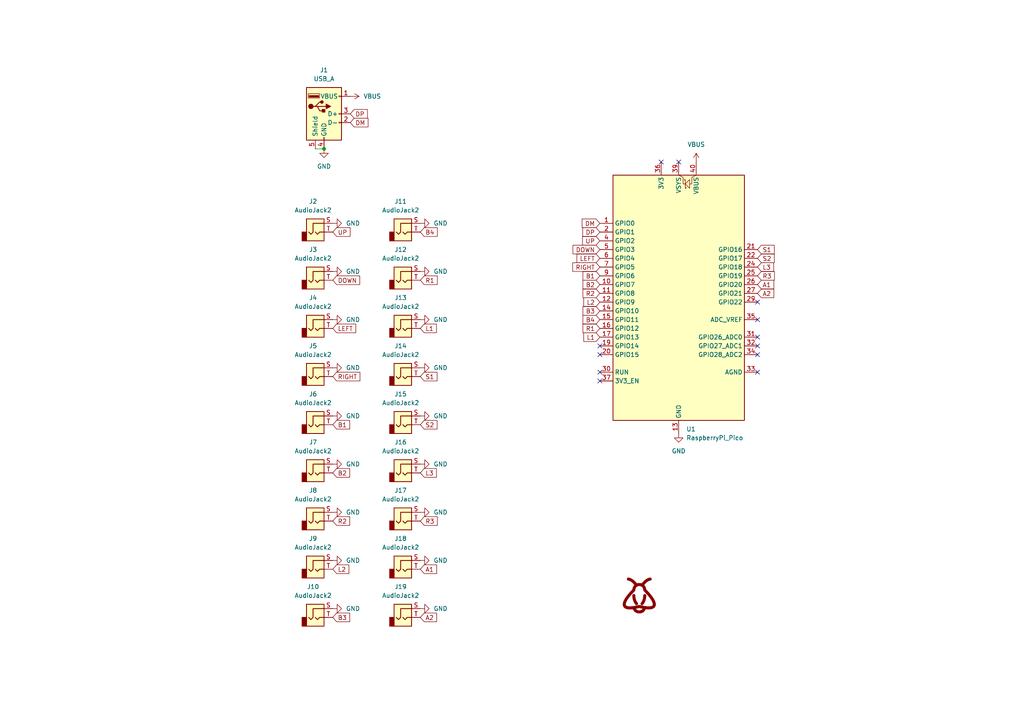
<source format=kicad_sch>
(kicad_sch (version 20231120) (generator "eeschema") (generator_version "8.0")
  (paper "A4")
  (title_block (title "adaptive2040") (date "2024-03-21") (rev "1") (company "moth.monster"))
  (lib_symbols
    (symbol "Connector:USB_A" (pin_names (offset 1.016))
      (property "Reference" "J" (at -5.08 11.43 0))
      (property "Value" "USB_A" (at -5.08 8.89 0))
      (symbol "USB_A_0_1"
        (rectangle (start -5.08 -7.62) (end 5.08 7.62) (stroke (width 0.254)) (fill (type background)))
        (circle (center -3.81 2.159) (radius 0.635) (stroke (width 0.254)) (fill (type outline)))
        (rectangle (start -1.524 4.826) (end -4.318 5.334) (fill (type outline)))
        (rectangle (start -1.27 4.572) (end -4.572 5.842))
        (circle (center -0.635 3.429) (radius 0.381) (stroke (width 0.254)) (fill (type outline)))
        (rectangle (start -0.127 -7.62) (end 0.127 -6.858))
        (polyline (pts (xy -3.175 2.159) (xy -2.54 2.159) (xy -1.27 3.429) (xy -0.635 3.429)) (stroke (width 0.254)))
        (polyline (pts (xy -2.54 2.159) (xy -1.905 2.159) (xy -1.27 0.889) (xy 0 0.889)) (stroke (width 0.254)))
        (polyline (pts (xy 0.635 2.794) (xy 0.635 1.524) (xy 1.905 2.159) (xy 0.635 2.794)) (stroke (width 0.254)) (fill (type outline)))
        (rectangle (start 0.254 1.27) (end -0.508 0.508) (stroke (width 0.254)) (fill (type outline)))
        (rectangle (start 5.08 -2.667) (end 4.318 -2.413))
        (rectangle (start 5.08 -0.127) (end 4.318 0.127))
        (rectangle (start 5.08 4.953) (end 4.318 5.207))
      )
      (symbol "USB_A_1_1"
        (polyline (pts (xy -1.905 2.159) (xy 0.635 2.159)) (stroke (width 0.254)))
        (pin power_in line (at 7.62 5.08 180) (length 2.54) (name "VBUS") (number "1"))
        (pin bidirectional line (at 7.62 -2.54 180) (length 2.54) (name "D-") (number "2"))
        (pin bidirectional line (at 7.62 0 180) (length 2.54) (name "D+") (number "3"))
        (pin power_in line (at 0 -10.16 90) (length 2.54) (name "GND") (number "4"))
        (pin passive line (at -2.54 -10.16 90) (length 2.54) (name "Shield") (number "5"))
      )
    )
    (symbol "Connector_Audio:AudioJack2"
      (property "Reference" "J" (at 0 8.89 0))
      (property "Value" "AudioJack2" (at 0 6.35 0))
      (symbol "AudioJack2_0_1"
        (rectangle (start -3.81 0) (end -2.54 -2.54) (stroke (width 0.254)) (fill (type outline)))
        (rectangle (start -2.54 3.81) (end 2.54 -2.54) (stroke (width 0.254)) (fill (type background)))
        (polyline (pts (xy 0 0) (xy 0.635 -0.635) (xy 1.27 0) (xy 2.54 0)) (stroke (width 0.254)))
        (polyline (pts (xy 2.54 2.54) (xy -0.635 2.54) (xy -0.635 0) (xy -1.27 -0.635) (xy -1.905 0)) (stroke (width 0.254)))
      )
      (symbol "AudioJack2_1_1"
        (pin passive line (at 5.08 2.54 180) (length 2.54) (name "~") (number "S"))
        (pin passive line (at 5.08 0 180) (length 2.54) (name "~") (number "T"))
      )
    )
    (symbol "MCU_Module_RaspberryPi_Pico:RaspberryPi_Pico"
      (property "Reference" "U" (at -19.05 38.1 0))
      (property "Value" "RaspberryPi_Pico" (at 7.62 38.1 0))
      (symbol "RaspberryPi_Pico_0_1"
        (rectangle (start -19.05 36.83) (end 19.05 -34.29) (stroke (width 0.254)) (fill (type background)))
        (polyline (pts (xy 0 36.83) (xy 1.27 36.195) (xy 1.27 34.29) (xy 1.905 34.29)))
        (polyline (pts (xy 1.905 34.29) (xy 3.175 35.56) (xy 3.175 33.02) (xy 1.905 34.29)))
        (polyline (pts (xy 5.08 36.83) (xy 3.81 36.195) (xy 3.81 34.29) (xy 3.175 34.29)))
        (polyline (pts (xy 1.651 35.306) (xy 1.651 35.56) (xy 1.905 35.56) (xy 1.905 33.02) (xy 2.159 33.02) (xy 2.159 33.274)))
      )
      (symbol "RaspberryPi_Pico_1_1"
        (pin bidirectional line (at -22.86 22.86 0) (length 3.81) (name "GPIO0") (number "1"))
        (pin bidirectional line (at -22.86 5.08 0) (length 3.81) (name "GPIO7") (number "10"))
        (pin bidirectional line (at -22.86 2.54 0) (length 3.81) (name "GPIO8") (number "11"))
        (pin bidirectional line (at -22.86 0 0) (length 3.81) (name "GPIO9") (number "12"))
        (pin power_out line (at 0 -38.1 90) (length 3.81) (name "GND") (number "13"))
        (pin bidirectional line (at -22.86 -2.54 0) (length 3.81) (name "GPIO10") (number "14"))
        (pin bidirectional line (at -22.86 -5.08 0) (length 3.81) (name "GPIO11") (number "15"))
        (pin bidirectional line (at -22.86 -7.62 0) (length 3.81) (name "GPIO12") (number "16"))
        (pin bidirectional line (at -22.86 -10.16 0) (length 3.81) (name "GPIO13") (number "17"))
        (pin passive line (at 0 -38.1 90) (length 3.81) hide (name "GND") (number "18"))
        (pin bidirectional line (at -22.86 -12.7 0) (length 3.81) (name "GPIO14") (number "19"))
        (pin bidirectional line (at -22.86 20.32 0) (length 3.81) (name "GPIO1") (number "2"))
        (pin bidirectional line (at -22.86 -15.24 0) (length 3.81) (name "GPIO15") (number "20"))
        (pin bidirectional line (at 22.86 15.24 180) (length 3.81) (name "GPIO16") (number "21"))
        (pin bidirectional line (at 22.86 12.7 180) (length 3.81) (name "GPIO17") (number "22"))
        (pin passive line (at 0 -38.1 90) (length 3.81) hide (name "GND") (number "23"))
        (pin bidirectional line (at 22.86 10.16 180) (length 3.81) (name "GPIO18") (number "24"))
        (pin bidirectional line (at 22.86 7.62 180) (length 3.81) (name "GPIO19") (number "25"))
        (pin bidirectional line (at 22.86 5.08 180) (length 3.81) (name "GPIO20") (number "26"))
        (pin bidirectional line (at 22.86 2.54 180) (length 3.81) (name "GPIO21") (number "27"))
        (pin passive line (at 0 -38.1 90) (length 3.81) hide (name "GND") (number "28"))
        (pin bidirectional line (at 22.86 0 180) (length 3.81) (name "GPIO22") (number "29"))
        (pin passive line (at 0 -38.1 90) (length 3.81) hide (name "GND") (number "3"))
        (pin input line (at -22.86 -20.32 0) (length 3.81) (name "RUN") (number "30"))
        (pin bidirectional line (at 22.86 -10.16 180) (length 3.81) (name "GPIO26_ADC0") (number "31"))
        (pin bidirectional line (at 22.86 -12.7 180) (length 3.81) (name "GPIO27_ADC1") (number "32"))
        (pin power_in line (at 22.86 -20.32 180) (length 3.81) (name "AGND") (number "33"))
        (pin bidirectional line (at 22.86 -15.24 180) (length 3.81) (name "GPIO28_ADC2") (number "34"))
        (pin power_in line (at 22.86 -5.08 180) (length 3.81) (name "ADC_VREF") (number "35"))
        (pin power_out line (at -5.08 40.64 270) (length 3.81) (name "3V3") (number "36"))
        (pin input line (at -22.86 -22.86 0) (length 3.81) (name "3V3_EN") (number "37"))
        (pin passive line (at 0 -38.1 90) (length 3.81) hide (name "GND") (number "38"))
        (pin power_in line (at 0 40.64 270) (length 3.81) (name "VSYS") (number "39"))
        (pin bidirectional line (at -22.86 17.78 0) (length 3.81) (name "GPIO2") (number "4"))
        (pin power_out line (at 5.08 40.64 270) (length 3.81) (name "VBUS") (number "40"))
        (pin bidirectional line (at -22.86 15.24 0) (length 3.81) (name "GPIO3") (number "5"))
        (pin bidirectional line (at -22.86 12.7 0) (length 3.81) (name "GPIO4") (number "6"))
        (pin bidirectional line (at -22.86 10.16 0) (length 3.81) (name "GPIO5") (number "7"))
        (pin passive line (at 0 -38.1 90) (length 3.81) hide (name "GND") (number "8"))
        (pin bidirectional line (at -22.86 7.62 0) (length 3.81) (name "GPIO6") (number "9"))
      )
    )
    (symbol "mothicon:LOGO" (pin_names (offset 1.016))
      (symbol "LOGO_0_0"
        (polyline (pts (xy 0.8879 -2.7622) (xy 0.961 -2.7374) (xy 0.9637 -2.7362) (xy 1.0105 -2.7093) (xy 1.0589 -2.6707) (xy 1.1116 -2.6178) (xy 1.1713 -2.548) (xy 1.2407 -2.4587) (xy 1.3519 -2.2995) (xy 1.4887 -2.0691) (xy 1.6105 -1.8221) (xy 1.7162 -1.5615) (xy 1.8051 -1.29) (xy 1.8761 -1.0105) (xy 1.9284 -0.7258) (xy 1.9611 -0.4388) (xy 1.9733 -0.1524) (xy 1.9736 -0.1025) (xy 1.9737 -0.0263) (xy 1.9729 0.0307) (xy 1.971 0.0727) (xy 1.9675 0.1035) (xy 1.9621 0.1274) (xy 1.9544 0.1484) (xy 1.944 0.1705) (xy 1.937 0.1842) (xy 1.8825 0.2614) (xy 1.8143 0.3211) (xy 1.736 0.3629) (xy 1.6514 0.3866) (xy 1.5642 0.3919) (xy 1.478 0.3785) (xy 1.3966 0.3461) (xy 1.3237 0.2945) (xy 1.2629 0.2233) (xy 1.2486 0.2006) (xy 1.2317 0.1687) (xy 1.2184 0.1342) (xy 1.2081 0.0933) (xy 1.1999 0.0422) (xy 1.1933 -0.023) (xy 1.1875 -0.1059) (xy 1.1817 -0.2105) (xy 1.1749 -0.3196) (xy 1.1453 -0.5959) (xy 1.0983 -0.857) (xy 1.0331 -1.1062) (xy 0.9489 -1.3465) (xy 0.845 -1.5811) (xy 0.8141 -1.6425) (xy 0.7217 -1.8097) (xy 0.6276 -1.9549) (xy 0.5329 -2.0764) (xy 0.4765 -2.1484) (xy 0.4331 -2.2245) (xy 0.4087 -2.3004) (xy 0.4011 -2.3812) (xy 0.4038 -2.4285) (xy 0.4265 -2.523) (xy 0.4706 -2.607) (xy 0.5337 -2.6778) (xy 0.6135 -2.7325) (xy 0.7078 -2.7681) (xy 0.735 -2.7731) (xy 0.809 -2.7745) (xy 0.8879 -2.7622)) (stroke (width 0.01)) (fill (type outline)))
        (polyline (pts (xy -0.6999 -2.7623) (xy -0.6277 -2.738) (xy -0.5769 -2.7099) (xy -0.506 -2.6496) (xy -0.4518 -2.5755) (xy -0.416 -2.4916) (xy -0.4001 -2.4021) (xy -0.4056 -2.311) (xy -0.4341 -2.2225) (xy -0.4596 -2.177) (xy -0.4952 -2.1244) (xy -0.533 -2.0764) (xy -0.5605 -2.0436) (xy -0.6563 -1.9134) (xy -0.7491 -1.7632) (xy -0.8368 -1.5973) (xy -0.9175 -1.4202) (xy -0.9891 -1.236) (xy -1.0497 -1.049) (xy -1.0973 -0.8636) (xy -1.104 -0.8327) (xy -1.128 -0.7129) (xy -1.1467 -0.5991) (xy -1.1613 -0.4836) (xy -1.1726 -0.3585) (xy -1.1818 -0.2159) (xy -1.1862 -0.1389) (xy -1.1924 -0.0477) (xy -1.1991 0.0243) (xy -1.2069 0.0808) (xy -1.2166 0.1253) (xy -1.2287 0.1617) (xy -1.244 0.1934) (xy -1.2631 0.2242) (xy -1.269 0.2328) (xy -1.3323 0.3019) (xy -1.4072 0.3513) (xy -1.4899 0.3813) (xy -1.5768 0.3922) (xy -1.6642 0.3844) (xy -1.7483 0.3579) (xy -1.8254 0.3133) (xy -1.892 0.2507) (xy -1.9441 0.1705) (xy -1.9487 0.161) (xy -1.9581 0.1396) (xy -1.9649 0.1175) (xy -1.9695 0.0908) (xy -1.9723 0.0552) (xy -1.9737 0.0066) (xy -1.974 -0.0591) (xy -1.9738 -0.146) (xy -1.9665 -0.3673) (xy -1.9387 -0.6542) (xy -1.8912 -0.9395) (xy -1.8247 -1.2204) (xy -1.7403 -1.494) (xy -1.6388 -1.7575) (xy -1.5211 -2.008) (xy -1.3881 -2.2427) (xy -1.2408 -2.4587) (xy -1.2211 -2.4847) (xy -1.1535 -2.57) (xy -1.0944 -2.6365) (xy -1.0405 -2.6869) (xy -0.9889 -2.7239) (xy -0.9363 -2.75) (xy -0.8797 -2.7681) (xy -0.8519 -2.7732) (xy -0.7783 -2.7745) (xy -0.6999 -2.7623)) (stroke (width 0.01)) (fill (type outline)))
        (polyline (pts (xy 0.1533 -5.1502) (xy 0.2513 -5.1427) (xy 0.2755 -5.1399) (xy 0.5035 -5.102) (xy 0.7159 -5.044) (xy 0.9128 -4.966) (xy 1.0943 -4.8678) (xy 1.2603 -4.7494) (xy 1.411 -4.6108) (xy 1.5464 -4.452) (xy 1.6666 -4.2728) (xy 1.7717 -4.0732) (xy 1.7856 -4.0437) (xy 1.8115 -3.992) (xy 1.8312 -3.9593) (xy 1.8468 -3.9421) (xy 1.8605 -3.9371) (xy 1.8671 -3.9374) (xy 1.8979 -3.9397) (xy 1.9465 -3.944) (xy 2.0077 -3.9498) (xy 2.0764 -3.9566) (xy 2.0924 -3.9582) (xy 2.2064 -3.9675) (xy 2.335 -3.9749) (xy 2.4723 -3.9805) (xy 2.6128 -3.984) (xy 2.7507 -3.9854) (xy 2.8804 -3.9847) (xy 2.9962 -3.9816) (xy 3.0924 -3.976) (xy 3.2483 -3.9604) (xy 3.4863 -3.9232) (xy 3.7036 -3.8713) (xy 3.9006 -3.8047) (xy 4.0773 -3.7233) (xy 4.2338 -3.6271) (xy 4.3705 -3.5159) (xy 4.4873 -3.3897) (xy 4.5811 -3.2545) (xy 4.6584 -3.1004) (xy 4.7132 -2.9347) (xy 4.7457 -2.7578) (xy 4.7557 -2.57) (xy 4.7432 -2.3715) (xy 4.7083 -2.1625) (xy 4.6508 -1.9433) (xy 4.5709 -1.7142) (xy 4.5636 -1.6955) (xy 4.4602 -1.4573) (xy 4.3344 -1.2078) (xy 4.1864 -0.9475) (xy 4.0164 -0.6765) (xy 3.8246 -0.3952) (xy 3.6112 -0.1039) (xy 3.3764 0.1972) (xy 3.1205 0.5077) (xy 2.8437 0.8274) (xy 2.5461 1.156) (xy 2.228 1.4932) (xy 2.2249 1.4964) (xy 2.1514 1.573) (xy 2.0935 1.6339) (xy 2.0493 1.6814) (xy 2.0168 1.7181) (xy 1.9941 1.7464) (xy 1.9792 1.7686) (xy 1.9703 1.7872) (xy 1.9652 1.8047) (xy 1.9621 1.8234) (xy 1.9608 1.8327) (xy 1.9457 1.9187) (xy 1.9245 2.018) (xy 1.8992 2.1212) (xy 1.8723 2.2192) (xy 1.8459 2.3025) (xy 1.8201 2.3729) (xy 1.7286 2.5761) (xy 1.6165 2.7657) (xy 1.4821 2.9443) (xy 1.3827 3.0627) (xy 1.4182 3.1094) (xy 1.4552 3.1557) (xy 1.5108 3.221) (xy 1.5768 3.2954) (xy 1.6492 3.3747) (xy 1.7239 3.4542) (xy 1.7967 3.5294) (xy 1.8636 3.5959) (xy 1.9171 3.647) (xy 2.1064 3.815) (xy 2.2949 3.9624) (xy 2.4814 4.0886) (xy 2.6649 4.193) (xy 2.8442 4.2749) (xy 3.0184 4.3337) (xy 3.1863 4.3688) (xy 3.2153 4.3734) (xy 3.3084 4.3971) (xy 3.385 4.4338) (xy 3.4504 4.4857) (xy 3.4727 4.509) (xy 3.5231 4.5824) (xy 3.5522 4.6656) (xy 3.5615 4.7625) (xy 3.5605 4.7972) (xy 3.5446 4.8891) (xy 3.5085 4.9685) (xy 3.4504 5.0394) (xy 3.3838 5.0932) (xy 3.3094 5.1296) (xy 3.2246 5.1487) (xy 3.126 5.1512) (xy 3.0104 5.1379) (xy 3.0088 5.1376) (xy 2.7962 5.0898) (xy 2.5801 5.0176) (xy 2.3614 4.9216) (xy 2.141 4.8023) (xy 1.9197 4.6605) (xy 1.6985 4.4966) (xy 1.4781 4.3113) (xy 1.2595 4.1052) (xy 1.0435 3.8789) (xy 0.831 3.633) (xy 0.808 3.6053) (xy 0.7552 3.5439) (xy 0.7159 3.502) (xy 0.6891 3.4787) (xy 0.674 3.4731) (xy 0.6225 3.4884) (xy 0.4832 3.5216) (xy 0.3368 3.5444) (xy 0.1776 3.5575) (xy 0 3.5617) (xy -0.0018 3.5617) (xy -0.1199 3.5606) (xy -0.2196 3.5566) (xy -0.3078 3.5492) (xy -0.3913 3.5375) (xy -0.4769 3.5207) (xy -0.5715 3.4981) (xy -0.6922 3.4674) (xy -0.7176 3.4969) (xy -0.7207 3.5006) (xy -0.7416 3.5254) (xy -0.7739 3.5642) (xy -0.8137 3.6122) (xy -0.8573 3.6649) (xy -0.8768 3.6885) (xy -1.0816 3.9221) (xy -1.2915 4.1382) (xy -1.5052 4.336) (xy -1.7215 4.5145) (xy -1.9394 4.673) (xy -2.1576 4.8108) (xy -2.375 4.927) (xy -2.5904 5.0207) (xy -2.8026 5.0913) (xy -3.0105 5.1379) (xy -3.1251 5.1512) (xy -3.2238 5.1488) (xy -3.3087 5.1299) (xy -3.3832 5.0937) (xy -3.4505 5.0394) (xy -3.4728 5.0161) (xy -3.5232 4.9427) (xy -3.5523 4.8595) (xy -3.5616 4.7625) (xy -3.5616 4.7573) (xy -3.5496 4.6563) (xy -3.5163 4.5686) (xy -3.4625 4.4951) (xy -3.3891 4.4367) (xy -3.297 4.3943) (xy -3.187 4.3687) (xy -3.1599 4.3646) (xy -2.9836 4.3238) (xy -2.8024 4.2583) (xy -2.6164 4.1682) (xy -2.4258 4.0537) (xy -2.231 3.9149) (xy -2.032 3.7519) (xy -1.9909 3.7152) (xy -1.9054 3.6354) (xy -1.8143 3.5461) (xy -1.7215 3.4516) (xy -1.6314 3.3564) (xy -1.5481 3.2647) (xy -1.4756 3.1809) (xy -1.4182 3.1094) (xy -1.3828 3.0627) (xy -1.4822 2.9443) (xy -1.529 2.8865) (xy -1.6559 2.7046) (xy -1.761 2.5108) (xy -1.846 2.3025) (xy -1.8492 2.293) (xy -1.8758 2.2074) (xy -1.9027 2.1083) (xy -1.9275 2.005) (xy -1.9481 1.907) (xy -1.9622 1.8234) (xy -1.965 1.806) (xy -1.9699 1.7884) (xy -1.9786 1.7698) (xy -1.9931 1.7478) (xy -2.0154 1.7198) (xy -2.0475 1.6835) (xy -2.0913 1.6363) (xy -2.1488 1.5758) (xy -2.2219 1.4996) (xy -2.2549 1.4653) (xy -2.5732 1.1264) (xy -2.8707 0.7964) (xy -3.1471 0.4756) (xy -3.4022 0.1643) (xy -3.6359 -0.1374) (xy -3.8479 -0.4291) (xy -4.0382 -0.7107) (xy -4.2065 -0.9819) (xy -4.3526 -1.2424) (xy -4.4763 -1.4921) (xy -4.5776 -1.7306) (xy -4.6489 -1.935) (xy -4.7069 -2.1533) (xy -4.7425 -2.362) (xy -4.755 -2.5498) (xy -3.9638 -2.5498) (xy -3.9598 -2.4654) (xy -3.9499 -2.3881) (xy -3.9419 -2.3474) (xy -3.8962 -2.1731) (xy -3.8296 -1.986) (xy -3.7424 -1.7863) (xy -3.6349 -1.5747) (xy -3.5076 -1.3518) (xy -3.3607 -1.1179) (xy -3.1947 -0.8737) (xy -3.0099 -0.6197) (xy -2.8067 -0.3564) (xy -2.5855 -0.0843) (xy -2.3466 0.1961) (xy -2.0904 0.4841) (xy -1.8172 0.7794) (xy -1.5275 1.0813) (xy -1.5221 1.0868) (xy -1.4272 1.1853) (xy -1.351 1.267) (xy -1.2934 1.3319) (xy -1.2544 1.3802) (xy -1.2338 1.4121) (xy -1.2263 1.4296) (xy -1.2065 1.5007) (xy -1.193 1.5962) (xy -1.1769 1.7256) (xy -1.1378 1.9182) (xy -1.0824 2.0917) (xy -1.0109 2.2459) (xy -0.9233 2.3807) (xy -0.8197 2.496) (xy -0.7002 2.5916) (xy -0.5648 2.6675) (xy -0.4137 2.7236) (xy -0.2869 2.753) (xy -0.1338 2.7723) (xy 0.0239 2.7769) (xy 0.1808 2.7672) (xy 0.3317 2.7435) (xy 0.4713 2.7062) (xy 0.5943 2.6556) (xy 0.6509 2.6246) (xy 0.7761 2.5358) (xy 0.8856 2.4272) (xy 0.9793 2.2991) (xy 1.057 2.1517) (xy 1.1186 1.9852) (xy 1.1639 1.8) (xy 1.1929 1.5962) (xy 1.1968 1.5612) (xy 1.2122 1.4748) (xy 1.2335 1.4121) (xy 1.2501 1.3856) (xy 1.2869 1.3388) (xy 1.3426 1.2754) (xy 1.4171 1.1953) (xy 1.5105 1.0984) (xy 1.6117 0.9945) (xy 1.7786 0.8209) (xy 1.9322 0.6581) (xy 2.0759 0.5022) (xy 2.2133 0.3494) (xy 2.3481 0.1957) (xy 2.4837 0.0373) (xy 2.624 -0.1305) (xy 2.8458 -0.4062) (xy 3.0484 -0.6719) (xy 3.2316 -0.9272) (xy 3.3951 -1.1717) (xy 3.5388 -1.4049) (xy 3.6622 -1.6265) (xy 3.7653 -1.836) (xy 3.8478 -2.033) (xy 3.9093 -2.2172) (xy 3.9498 -2.3881) (xy 3.9591 -2.4587) (xy 3.9636 -2.5428) (xy 3.9624 -2.6264) (xy 3.9557 -2.7015) (xy 3.9434 -2.7599) (xy 3.9358 -2.782) (xy 3.892 -2.8659) (xy 3.8276 -2.9401) (xy 3.7419 -3.0049) (xy 3.6344 -3.0607) (xy 3.5044 -3.1077) (xy 3.3515 -3.1464) (xy 3.175 -3.1769) (xy 3.167 -3.178) (xy 3.1053 -3.1836) (xy 3.0237 -3.188) (xy 2.9266 -3.1911) (xy 2.8188 -3.1929) (xy 2.7047 -3.1934) (xy 2.5892 -3.1926) (xy 2.4766 -3.1905) (xy 2.3718 -3.1872) (xy 2.2791 -3.1826) (xy 2.2034 -3.1767) (xy 1.8773 -3.1392) (xy 1.489 -3.0822) (xy 1.0828 -3.01) (xy 0.658 -2.9225) (xy 0.2139 -2.8194) (xy 0.1501 -2.8048) (xy 0.0878 -2.7926) (xy 0.0358 -2.7843) (xy 0.0013 -2.7813) (xy 0.0009 -2.7813) (xy -0.0296 -2.7843) (xy -0.0796 -2.7926) (xy -0.1443 -2.8052) (xy -0.2186 -2.8211) (xy -0.2975 -2.8394) (xy -0.6125 -2.9122) (xy -1.0223 -2.9983) (xy -1.4128 -3.0698) (xy -1.7833 -3.1268) (xy -2.1336 -3.1691) (xy -2.1835 -3.1734) (xy -2.2587 -3.1784) (xy -2.3469 -3.183) (xy -2.4439 -3.1871) (xy -2.5454 -3.1906) (xy -2.6471 -3.1935) (xy -2.7448 -3.1955) (xy -2.8342 -3.1965) (xy -2.911 -3.1965) (xy -2.971 -3.1954) (xy -3.0099 -3.1929) (xy -3.0217 -3.1916) (xy -3.0627 -3.1868) (xy -3.1166 -3.1806) (xy -3.175 -3.1739) (xy -3.1861 -3.1726) (xy -3.3587 -3.1453) (xy -3.5107 -3.1069) (xy -3.6416 -3.0579) (xy -3.7508 -2.9984) (xy -3.8378 -2.9287) (xy -3.9022 -2.8491) (xy -3.9435 -2.7599) (xy -3.955 -2.707) (xy -3.9622 -2.633) (xy -3.9638 -2.5498) (xy -4.755 -2.5498) (xy -4.7557 -2.5606) (xy -4.7466 -2.7488) (xy -4.7152 -2.9261) (xy -4.6615 -3.0923) (xy -4.5856 -3.247) (xy -4.4873 -3.3897) (xy -4.4159 -3.4712) (xy -4.287 -3.5875) (xy -4.1384 -3.689) (xy -3.9698 -3.7756) (xy -3.8332 -3.8277) (xy -1.009 -3.8277) (xy -1.0082 -3.8109) (xy -1.003 -3.8082) (xy -0.9766 -3.8) (xy -0.9344 -3.7897) (xy -0.8827 -3.7791) (xy -0.8499 -3.7728) (xy -0.7717 -3.7569) (xy -0.6787 -3.7374) (xy -0.5766 -3.7154) (xy -0.471 -3.6923) (xy -0.3676 -3.6693) (xy -0.2721 -3.6476) (xy -0.1901 -3.6285) (xy -0.1274 -3.6132) (xy -0.0038 -3.5819) (xy 0.2616 -3.6442) (xy 0.3429 -3.6631) (xy 0.452 -3.6876) (xy 0.5645 -3.7124) (xy 0.6709 -3.7352) (xy 0.762 -3.7541) (xy 0.7633 -3.7543) (xy 0.8376 -3.7697) (xy 0.9033 -3.7841) (xy 0.9563 -3.7964) (xy 0.9926 -3.8058) (xy 1.0081 -3.8112) (xy 1.0085 -3.8116) (xy 1.0086 -3.8291) (xy 0.9943 -3.8618) (xy 0.9679 -3.906) (xy 0.9314 -3.958) (xy 0.8872 -4.014) (xy 0.8754 -4.028) (xy 0.7712 -4.1284) (xy 0.6489 -4.212) (xy 0.5098 -4.2781) (xy 0.3552 -4.326) (xy 0.1862 -4.3552) (xy 0.1385 -4.3599) (xy -0.0447 -4.3659) (xy -0.2187 -4.3524) (xy -0.3817 -4.32) (xy -0.532 -4.2691) (xy -0.6679 -4.2003) (xy -0.7877 -4.1141) (xy -0.8897 -4.0112) (xy -0.8904 -4.0103) (xy -0.9339 -3.955) (xy -0.9696 -3.9036) (xy -0.9954 -3.8599) (xy -1.009 -3.8277) (xy -3.8332 -3.8277) (xy -3.781 -3.8476) (xy -3.5719 -3.9049) (xy -3.3423 -3.9477) (xy -3.0919 -3.976) (xy -3.0777 -3.9771) (xy -2.9782 -3.9822) (xy -2.8601 -3.9849) (xy -2.729 -3.9854) (xy -2.5905 -3.9836) (xy -2.4504 -3.9797) (xy -2.3142 -3.9739) (xy -2.1877 -3.9661) (xy -2.0765 -3.9566) (xy -2.0453 -3.9535) (xy -1.9793 -3.9471) (xy -1.9231 -3.9419) (xy -1.8818 -3.9384) (xy -1.8606 -3.9371) (xy -1.8547 -3.938) (xy -1.8404 -3.9479) (xy -1.8233 -3.9716) (xy -1.8011 -4.0122) (xy -1.7718 -4.0732) (xy -1.7523 -4.1138) (xy -1.7151 -4.1864) (xy -1.6763 -4.2573) (xy -1.6418 -4.3157) (xy -1.5436 -4.457) (xy -1.4073 -4.6144) (xy -1.2548 -4.7525) (xy -1.0866 -4.8709) (xy -0.9032 -4.9693) (xy -0.7052 -5.0475) (xy -0.4928 -5.1052) (xy -0.2667 -5.1421) (xy -0.1856 -5.1489) (xy -0.0754 -5.1533) (xy 0.041 -5.1538) (xy 0.1533 -5.1502)) (stroke (width 0.01)) (fill (type outline)))
      )
    )
    (symbol "power:GND" (power) (pin_names (offset 0))
      (property "Value" "GND" (at 0 -3.81 0))
      (symbol "GND_0_1"
        (polyline (pts (xy 0 0) (xy 0 -1.27) (xy 1.27 -1.27) (xy 0 -2.54) (xy -1.27 -1.27) (xy 0 -1.27)))
      )
      (symbol "GND_1_1"
        (pin power_in line (at 0 0 270) (length 0) hide (name "GND") (number "1"))
      )
    )
    (symbol "power:VBUS" (power) (pin_names (offset 0))
      (property "Value" "VBUS" (at 0 3.81 0))
      (symbol "VBUS_0_1"
        (polyline (pts (xy -0.762 1.27) (xy 0 2.54)))
        (polyline (pts (xy 0 0) (xy 0 2.54)))
        (polyline (pts (xy 0 2.54) (xy 0.762 1.27)))
      )
      (symbol "VBUS_1_1"
        (pin power_in line (at 0 0 90) (length 0) hide (name "VBUS") (number "1"))
      )
    )
  )
  (junction (at 93.98 43.18))
  (no_connect (at 191.77 46.99))
  (no_connect (at 173.99 110.49))
  (no_connect (at 219.71 92.71))
  (no_connect (at 219.71 87.63))
  (no_connect (at 219.71 102.87))
  (no_connect (at 196.85 46.99))
  (no_connect (at 173.99 100.33))
  (no_connect (at 173.99 102.87))
  (no_connect (at 219.71 97.79))
  (no_connect (at 173.99 107.95))
  (no_connect (at 219.71 100.33))
  (no_connect (at 219.71 107.95))
  (wire (pts (xy 91.44 43.18) (xy 93.98 43.18)))
  (global_label "L2" (shape input) (at 96.52 165.1 0) (property "Intersheetrefs" "${INTERSHEET_REFS}" (effects (hide yes))))
  (global_label "L1" (shape input) (at 173.99 97.79 180) (property "Intersheetrefs" "${INTERSHEET_REFS}" (effects (hide yes))))
  (global_label "R2" (shape input) (at 173.99 85.09 180) (property "Intersheetrefs" "${INTERSHEET_REFS}" (effects (hide yes))))
  (global_label "B1" (shape input) (at 173.99 80.01 180) (property "Intersheetrefs" "${INTERSHEET_REFS}" (effects (hide yes))))
  (global_label "LEFT" (shape input) (at 173.99 74.93 180) (property "Intersheetrefs" "${INTERSHEET_REFS}" (effects (hide yes))))
  (global_label "R3" (shape input) (at 219.71 80.01 0) (property "Intersheetrefs" "${INTERSHEET_REFS}" (effects (hide yes))))
  (global_label "A2" (shape input) (at 121.92 179.07 0) (property "Intersheetrefs" "${INTERSHEET_REFS}" (effects (hide yes))))
  (global_label "B1" (shape input) (at 96.52 123.19 0) (property "Intersheetrefs" "${INTERSHEET_REFS}" (effects (hide yes))))
  (global_label "R2" (shape input) (at 96.52 151.13 0) (property "Intersheetrefs" "${INTERSHEET_REFS}" (effects (hide yes))))
  (global_label "S2" (shape input) (at 121.92 123.19 0) (property "Intersheetrefs" "${INTERSHEET_REFS}" (effects (hide yes))))
  (global_label "B2" (shape input) (at 173.99 82.55 180) (property "Intersheetrefs" "${INTERSHEET_REFS}" (effects (hide yes))))
  (global_label "L3" (shape input) (at 121.92 137.16 0) (property "Intersheetrefs" "${INTERSHEET_REFS}" (effects (hide yes))))
  (global_label "A2" (shape input) (at 219.71 85.09 0) (property "Intersheetrefs" "${INTERSHEET_REFS}" (effects (hide yes))))
  (global_label "B4" (shape input) (at 173.99 92.71 180) (property "Intersheetrefs" "${INTERSHEET_REFS}" (effects (hide yes))))
  (global_label "L2" (shape input) (at 173.99 87.63 180) (property "Intersheetrefs" "${INTERSHEET_REFS}" (effects (hide yes))))
  (global_label "L3" (shape input) (at 219.71 77.47 0) (property "Intersheetrefs" "${INTERSHEET_REFS}" (effects (hide yes))))
  (global_label "S1" (shape input) (at 121.92 109.22 0) (property "Intersheetrefs" "${INTERSHEET_REFS}" (effects (hide yes))))
  (global_label "DOWN" (shape input) (at 96.52 81.28 0) (property "Intersheetrefs" "${INTERSHEET_REFS}" (effects (hide yes))))
  (global_label "A1" (shape input) (at 219.71 82.55 0) (property "Intersheetrefs" "${INTERSHEET_REFS}" (effects (hide yes))))
  (global_label "UP" (shape input) (at 173.99 69.85 180) (property "Intersheetrefs" "${INTERSHEET_REFS}" (effects (hide yes))))
  (global_label "RIGHT" (shape input) (at 96.52 109.22 0) (property "Intersheetrefs" "${INTERSHEET_REFS}" (effects (hide yes))))
  (global_label "R3" (shape input) (at 121.92 151.13 0) (property "Intersheetrefs" "${INTERSHEET_REFS}" (effects (hide yes))))
  (global_label "R1" (shape input) (at 173.99 95.25 180) (property "Intersheetrefs" "${INTERSHEET_REFS}" (effects (hide yes))))
  (global_label "B4" (shape input) (at 121.92 67.31 0) (property "Intersheetrefs" "${INTERSHEET_REFS}" (effects (hide yes))))
  (global_label "DP" (shape input) (at 101.6 33.02 0) (property "Intersheetrefs" "${INTERSHEET_REFS}" (effects (hide yes))))
  (global_label "UP" (shape input) (at 96.52 67.31 0) (property "Intersheetrefs" "${INTERSHEET_REFS}" (effects (hide yes))))
  (global_label "R1" (shape input) (at 121.92 81.28 0) (property "Intersheetrefs" "${INTERSHEET_REFS}" (effects (hide yes))))
  (global_label "B3" (shape input) (at 96.52 179.07 0) (property "Intersheetrefs" "${INTERSHEET_REFS}" (effects (hide yes))))
  (global_label "S2" (shape input) (at 219.71 74.93 0) (property "Intersheetrefs" "${INTERSHEET_REFS}" (effects (hide yes))))
  (global_label "DM" (shape input) (at 101.6 35.56 0) (property "Intersheetrefs" "${INTERSHEET_REFS}" (effects (hide yes))))
  (global_label "LEFT" (shape input) (at 96.52 95.25 0) (property "Intersheetrefs" "${INTERSHEET_REFS}" (effects (hide yes))))
  (global_label "DM" (shape input) (at 173.99 64.77 180) (property "Intersheetrefs" "${INTERSHEET_REFS}" (effects (hide yes))))
  (global_label "DP" (shape input) (at 173.99 67.31 180) (property "Intersheetrefs" "${INTERSHEET_REFS}" (effects (hide yes))))
  (global_label "S1" (shape input) (at 219.71 72.39 0) (property "Intersheetrefs" "${INTERSHEET_REFS}" (effects (hide yes))))
  (global_label "B2" (shape input) (at 96.52 137.16 0) (property "Intersheetrefs" "${INTERSHEET_REFS}" (effects (hide yes))))
  (global_label "RIGHT" (shape input) (at 173.99 77.47 180) (property "Intersheetrefs" "${INTERSHEET_REFS}" (effects (hide yes))))
  (global_label "DOWN" (shape input) (at 173.99 72.39 180) (property "Intersheetrefs" "${INTERSHEET_REFS}" (effects (hide yes))))
  (global_label "B3" (shape input) (at 173.99 90.17 180) (property "Intersheetrefs" "${INTERSHEET_REFS}" (effects (hide yes))))
  (global_label "A1" (shape input) (at 121.92 165.1 0) (property "Intersheetrefs" "${INTERSHEET_REFS}" (effects (hide yes))))
  (global_label "L1" (shape input) (at 121.92 95.25 0) (property "Intersheetrefs" "${INTERSHEET_REFS}" (effects (hide yes))))
  (symbol (lib_id "power:GND") (at 121.92 162.56 90) (unit 1)
    (property "Reference" "#PWR021" (effects (hide yes)))
    (property "Value" "GND" (at 125.73 162.56 90) (effects (justify right)))
  )
  (symbol (lib_id "mothicon:LOGO") (at 185.42 172.72 0) (unit 1)
    (property "Reference" "#G1" (effects (hide yes)))
    (property "Value" "LOGO" (effects (hide yes)))
  )
  (symbol (lib_id "power:GND") (at 121.92 106.68 90) (unit 1)
    (property "Reference" "#PWR017" (effects (hide yes)))
    (property "Value" "GND" (at 125.73 106.68 90) (effects (justify right)))
  )
  (symbol (lib_id "power:GND") (at 96.52 176.53 90) (unit 1)
    (property "Reference" "#PWR013" (effects (hide yes)))
    (property "Value" "GND" (at 100.33 176.53 90) (effects (justify right)))
  )
  (symbol (lib_id "Connector_Audio:AudioJack2") (at 116.84 151.13 0) (unit 1)
    (property "Reference" "J17" (at 116.205 142.24 0))
    (property "Value" "AudioJack2" (at 116.205 144.78 0))
    (property "Footprint" "PJ-316:PJ-316" (effects (hide yes)))
  )
  (symbol (lib_id "Connector:USB_A") (at 93.98 33.02 0) (unit 1)
    (property "Reference" "J1" (at 93.98 20.32 0))
    (property "Value" "USB_A" (at 93.98 22.86 0))
    (property "Footprint" "Connector_USB:USB_A_Molex_67643_Horizontal" (effects (hide yes)))
    (property "Datasheet" " ~" (effects (hide yes)))
  )
  (symbol (lib_id "Connector_Audio:AudioJack2") (at 116.84 179.07 0) (unit 1)
    (property "Reference" "J19" (at 116.205 170.18 0))
    (property "Value" "AudioJack2" (at 116.205 172.72 0))
    (property "Footprint" "PJ-316:PJ-316" (effects (hide yes)))
  )
  (symbol (lib_id "Connector_Audio:AudioJack2") (at 116.84 123.19 0) (unit 1)
    (property "Reference" "J15" (at 116.205 114.3 0))
    (property "Value" "AudioJack2" (at 116.205 116.84 0))
    (property "Footprint" "PJ-316:PJ-316" (effects (hide yes)))
  )
  (symbol (lib_id "power:GND") (at 121.92 134.62 90) (unit 1)
    (property "Reference" "#PWR019" (effects (hide yes)))
    (property "Value" "GND" (at 125.73 134.62 90) (effects (justify right)))
  )
  (symbol (lib_id "power:VBUS") (at 101.6 27.94 270) (unit 1)
    (property "Reference" "#PWR04" (effects (hide yes)))
    (property "Value" "VBUS" (at 105.41 27.94 90) (effects (justify left)))
  )
  (symbol (lib_id "power:GND") (at 121.92 176.53 90) (unit 1)
    (property "Reference" "#PWR022" (effects (hide yes)))
    (property "Value" "GND" (at 125.73 176.53 90) (effects (justify right)))
  )
  (symbol (lib_id "Connector_Audio:AudioJack2") (at 116.84 165.1 0) (unit 1)
    (property "Reference" "J18" (at 116.205 156.21 0))
    (property "Value" "AudioJack2" (at 116.205 158.75 0))
    (property "Footprint" "PJ-316:PJ-316" (effects (hide yes)))
  )
  (symbol (lib_id "Connector_Audio:AudioJack2") (at 91.44 165.1 0) (unit 1)
    (property "Reference" "J9" (at 90.805 156.21 0))
    (property "Value" "AudioJack2" (at 90.805 158.75 0))
    (property "Footprint" "PJ-316:PJ-316" (effects (hide yes)))
  )
  (symbol (lib_id "power:GND") (at 96.52 92.71 90) (unit 1)
    (property "Reference" "#PWR07" (effects (hide yes)))
    (property "Value" "GND" (at 100.33 92.71 90) (effects (justify right)))
  )
  (symbol (lib_id "Connector_Audio:AudioJack2") (at 116.84 137.16 0) (unit 1)
    (property "Reference" "J16" (at 116.205 128.27 0))
    (property "Value" "AudioJack2" (at 116.205 130.81 0))
    (property "Footprint" "PJ-316:PJ-316" (effects (hide yes)))
  )
  (symbol (lib_id "power:GND") (at 121.92 64.77 90) (unit 1)
    (property "Reference" "#PWR014" (effects (hide yes)))
    (property "Value" "GND" (at 125.73 64.77 90) (effects (justify right)))
  )
  (symbol (lib_id "power:GND") (at 96.52 64.77 90) (unit 1)
    (property "Reference" "#PWR05" (effects (hide yes)))
    (property "Value" "GND" (at 100.33 64.77 90) (effects (justify right)))
  )
  (symbol (lib_id "power:GND") (at 121.92 92.71 90) (unit 1)
    (property "Reference" "#PWR016" (effects (hide yes)))
    (property "Value" "GND" (at 125.73 92.71 90) (effects (justify right)))
  )
  (symbol (lib_id "Connector_Audio:AudioJack2") (at 91.44 179.07 0) (unit 1)
    (property "Reference" "J10" (at 90.805 170.18 0))
    (property "Value" "AudioJack2" (at 90.805 172.72 0))
    (property "Footprint" "PJ-316:PJ-316" (effects (hide yes)))
  )
  (symbol (lib_id "power:VBUS") (at 201.93 46.99 0) (unit 1)
    (property "Reference" "#PWR03" (effects (hide yes)))
    (property "Value" "VBUS" (at 201.93 41.91 0))
  )
  (symbol (lib_id "power:GND") (at 93.98 43.18 0) (unit 1)
    (property "Reference" "#PWR02" (effects (hide yes)))
    (property "Value" "GND" (at 93.98 48.26 0))
  )
  (symbol (lib_id "power:GND") (at 121.92 120.65 90) (unit 1)
    (property "Reference" "#PWR018" (effects (hide yes)))
    (property "Value" "GND" (at 125.73 120.65 90) (effects (justify right)))
  )
  (symbol (lib_id "Connector_Audio:AudioJack2") (at 91.44 95.25 0) (unit 1)
    (property "Reference" "J4" (at 90.805 86.36 0))
    (property "Value" "AudioJack2" (at 90.805 88.9 0))
    (property "Footprint" "PJ-316:PJ-316" (effects (hide yes)))
  )
  (symbol (lib_id "Connector_Audio:AudioJack2") (at 91.44 123.19 0) (unit 1)
    (property "Reference" "J6" (at 90.805 114.3 0))
    (property "Value" "AudioJack2" (at 90.805 116.84 0))
    (property "Footprint" "PJ-316:PJ-316" (effects (hide yes)))
  )
  (symbol (lib_id "power:GND") (at 96.52 78.74 90) (unit 1)
    (property "Reference" "#PWR06" (effects (hide yes)))
    (property "Value" "GND" (at 100.33 78.74 90) (effects (justify right)))
  )
  (symbol (lib_id "power:GND") (at 121.92 148.59 90) (unit 1)
    (property "Reference" "#PWR020" (effects (hide yes)))
    (property "Value" "GND" (at 125.73 148.59 90) (effects (justify right)))
  )
  (symbol (lib_id "Connector_Audio:AudioJack2") (at 116.84 67.31 0) (unit 1)
    (property "Reference" "J11" (at 116.205 58.42 0))
    (property "Value" "AudioJack2" (at 116.205 60.96 0))
    (property "Footprint" "PJ-316:PJ-316" (effects (hide yes)))
  )
  (symbol (lib_id "power:GND") (at 196.85 125.73 0) (unit 1)
    (property "Reference" "#PWR01" (effects (hide yes)))
    (property "Value" "GND" (at 196.85 130.81 0))
  )
  (symbol (lib_id "power:GND") (at 96.52 120.65 90) (unit 1)
    (property "Reference" "#PWR09" (effects (hide yes)))
    (property "Value" "GND" (at 100.33 120.65 90) (effects (justify right)))
  )
  (symbol (lib_id "Connector_Audio:AudioJack2") (at 116.84 95.25 0) (unit 1)
    (property "Reference" "J13" (at 116.205 86.36 0))
    (property "Value" "AudioJack2" (at 116.205 88.9 0))
    (property "Footprint" "PJ-316:PJ-316" (effects (hide yes)))
  )
  (symbol (lib_id "power:GND") (at 96.52 148.59 90) (unit 1)
    (property "Reference" "#PWR011" (effects (hide yes)))
    (property "Value" "GND" (at 100.33 148.59 90) (effects (justify right)))
  )
  (symbol (lib_id "MCU_Module_RaspberryPi_Pico:RaspberryPi_Pico") (at 196.85 87.63 0) (unit 1)
    (property "Reference" "U1" (at 199.0441 124.46 0) (effects (justify left)))
    (property "Value" "RaspberryPi_Pico" (at 199.0441 127 0) (effects (justify left)))
    (property "Footprint" "Module_RaspberryPi_Pico:RaspberryPi_Pico_Common" (effects (hide yes)))
    (property "Datasheet" "https://datasheets.raspberrypi.com/pico/pico-datasheet.pdf" (effects (hide yes)))
  )
  (symbol (lib_id "Connector_Audio:AudioJack2") (at 91.44 137.16 0) (unit 1)
    (property "Reference" "J7" (at 90.805 128.27 0))
    (property "Value" "AudioJack2" (at 90.805 130.81 0))
    (property "Footprint" "PJ-316:PJ-316" (effects (hide yes)))
  )
  (symbol (lib_id "power:GND") (at 96.52 106.68 90) (unit 1)
    (property "Reference" "#PWR08" (effects (hide yes)))
    (property "Value" "GND" (at 100.33 106.68 90) (effects (justify right)))
  )
  (symbol (lib_id "Connector_Audio:AudioJack2") (at 91.44 67.31 0) (unit 1)
    (property "Reference" "J2" (at 90.805 58.42 0))
    (property "Value" "AudioJack2" (at 90.805 60.96 0))
    (property "Footprint" "PJ-316:PJ-316" (effects (hide yes)))
  )
  (symbol (lib_id "power:GND") (at 96.52 134.62 90) (unit 1)
    (property "Reference" "#PWR010" (effects (hide yes)))
    (property "Value" "GND" (at 100.33 134.62 90) (effects (justify right)))
  )
  (symbol (lib_id "Connector_Audio:AudioJack2") (at 91.44 109.22 0) (unit 1)
    (property "Reference" "J5" (at 90.805 100.33 0))
    (property "Value" "AudioJack2" (at 90.805 102.87 0))
    (property "Footprint" "PJ-316:PJ-316" (effects (hide yes)))
  )
  (symbol (lib_id "power:GND") (at 121.92 78.74 90) (unit 1)
    (property "Reference" "#PWR015" (effects (hide yes)))
    (property "Value" "GND" (at 125.73 78.74 90) (effects (justify right)))
  )
  (symbol (lib_id "Connector_Audio:AudioJack2") (at 91.44 81.28 0) (unit 1)
    (property "Reference" "J3" (at 90.805 72.39 0))
    (property "Value" "AudioJack2" (at 90.805 74.93 0))
    (property "Footprint" "PJ-316:PJ-316" (effects (hide yes)))
  )
  (symbol (lib_id "Connector_Audio:AudioJack2") (at 91.44 151.13 0) (unit 1)
    (property "Reference" "J8" (at 90.805 142.24 0))
    (property "Value" "AudioJack2" (at 90.805 144.78 0))
    (property "Footprint" "PJ-316:PJ-316" (effects (hide yes)))
  )
  (symbol (lib_id "power:GND") (at 96.52 162.56 90) (unit 1)
    (property "Reference" "#PWR012" (effects (hide yes)))
    (property "Value" "GND" (at 100.33 162.56 90) (effects (justify right)))
  )
  (symbol (lib_id "Connector_Audio:AudioJack2") (at 116.84 109.22 0) (unit 1)
    (property "Reference" "J14" (at 116.205 100.33 0))
    (property "Value" "AudioJack2" (at 116.205 102.87 0))
    (property "Footprint" "PJ-316:PJ-316" (effects (hide yes)))
  )
  (symbol (lib_id "Connector_Audio:AudioJack2") (at 116.84 81.28 0) (unit 1)
    (property "Reference" "J12" (at 116.205 72.39 0))
    (property "Value" "AudioJack2" (at 116.205 74.93 0))
    (property "Footprint" "PJ-316:PJ-316" (effects (hide yes)))
  )
)
</source>
